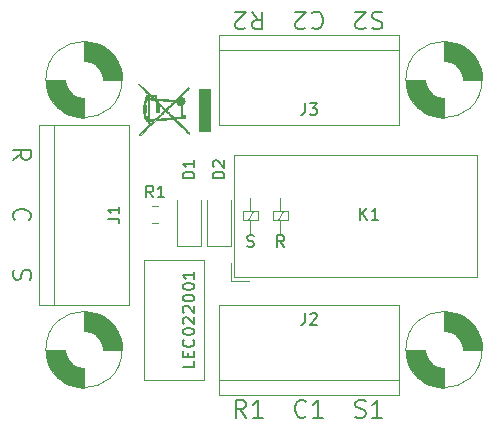
<source format=gto>
G04 #@! TF.GenerationSoftware,KiCad,Pcbnew,6.0.9-8da3e8f707~116~ubuntu20.04.1*
G04 #@! TF.CreationDate,2023-04-19T17:14:30+00:00*
G04 #@! TF.ProjectId,LEC022001,4c454330-3232-4303-9031-2e6b69636164,rev?*
G04 #@! TF.SameCoordinates,Original*
G04 #@! TF.FileFunction,Legend,Top*
G04 #@! TF.FilePolarity,Positive*
%FSLAX46Y46*%
G04 Gerber Fmt 4.6, Leading zero omitted, Abs format (unit mm)*
G04 Created by KiCad (PCBNEW 6.0.9-8da3e8f707~116~ubuntu20.04.1) date 2023-04-19 17:14:30*
%MOMM*%
%LPD*%
G01*
G04 APERTURE LIST*
%ADD10C,0.120000*%
%ADD11C,0.200000*%
%ADD12C,0.150000*%
%ADD13C,0.010000*%
G04 APERTURE END LIST*
D10*
X95250000Y-96520000D02*
X95250000Y-86360000D01*
X95250000Y-86360000D02*
X100330000Y-86360000D01*
X100330000Y-96520000D02*
X95250000Y-96520000D01*
X100330000Y-86360000D02*
X100330000Y-96520000D01*
D11*
X84157428Y-77934285D02*
X84871714Y-77434285D01*
X84157428Y-77077142D02*
X85657428Y-77077142D01*
X85657428Y-77648571D01*
X85586000Y-77791428D01*
X85514571Y-77862857D01*
X85371714Y-77934285D01*
X85157428Y-77934285D01*
X85014571Y-77862857D01*
X84943142Y-77791428D01*
X84871714Y-77648571D01*
X84871714Y-77077142D01*
X84300285Y-83014285D02*
X84228857Y-82942857D01*
X84157428Y-82728571D01*
X84157428Y-82585714D01*
X84228857Y-82371428D01*
X84371714Y-82228571D01*
X84514571Y-82157142D01*
X84800285Y-82085714D01*
X85014571Y-82085714D01*
X85300285Y-82157142D01*
X85443142Y-82228571D01*
X85586000Y-82371428D01*
X85657428Y-82585714D01*
X85657428Y-82728571D01*
X85586000Y-82942857D01*
X85514571Y-83014285D01*
X84228857Y-87201428D02*
X84157428Y-87415714D01*
X84157428Y-87772857D01*
X84228857Y-87915714D01*
X84300285Y-87987142D01*
X84443142Y-88058571D01*
X84586000Y-88058571D01*
X84728857Y-87987142D01*
X84800285Y-87915714D01*
X84871714Y-87772857D01*
X84943142Y-87487142D01*
X85014571Y-87344285D01*
X85086000Y-87272857D01*
X85228857Y-87201428D01*
X85371714Y-87201428D01*
X85514571Y-87272857D01*
X85586000Y-87344285D01*
X85657428Y-87487142D01*
X85657428Y-87844285D01*
X85586000Y-88058571D01*
X104390000Y-65361428D02*
X104890000Y-66075714D01*
X105247142Y-65361428D02*
X105247142Y-66861428D01*
X104675714Y-66861428D01*
X104532857Y-66790000D01*
X104461428Y-66718571D01*
X104390000Y-66575714D01*
X104390000Y-66361428D01*
X104461428Y-66218571D01*
X104532857Y-66147142D01*
X104675714Y-66075714D01*
X105247142Y-66075714D01*
X103818571Y-66718571D02*
X103747142Y-66790000D01*
X103604285Y-66861428D01*
X103247142Y-66861428D01*
X103104285Y-66790000D01*
X103032857Y-66718571D01*
X102961428Y-66575714D01*
X102961428Y-66432857D01*
X103032857Y-66218571D01*
X103890000Y-65361428D01*
X102961428Y-65361428D01*
D12*
X99512380Y-94940000D02*
X99512380Y-95416190D01*
X98512380Y-95416190D01*
X98988571Y-94606666D02*
X98988571Y-94273333D01*
X99512380Y-94130476D02*
X99512380Y-94606666D01*
X98512380Y-94606666D01*
X98512380Y-94130476D01*
X99417142Y-93130476D02*
X99464761Y-93178095D01*
X99512380Y-93320952D01*
X99512380Y-93416190D01*
X99464761Y-93559047D01*
X99369523Y-93654285D01*
X99274285Y-93701904D01*
X99083809Y-93749523D01*
X98940952Y-93749523D01*
X98750476Y-93701904D01*
X98655238Y-93654285D01*
X98560000Y-93559047D01*
X98512380Y-93416190D01*
X98512380Y-93320952D01*
X98560000Y-93178095D01*
X98607619Y-93130476D01*
X98512380Y-92511428D02*
X98512380Y-92416190D01*
X98560000Y-92320952D01*
X98607619Y-92273333D01*
X98702857Y-92225714D01*
X98893333Y-92178095D01*
X99131428Y-92178095D01*
X99321904Y-92225714D01*
X99417142Y-92273333D01*
X99464761Y-92320952D01*
X99512380Y-92416190D01*
X99512380Y-92511428D01*
X99464761Y-92606666D01*
X99417142Y-92654285D01*
X99321904Y-92701904D01*
X99131428Y-92749523D01*
X98893333Y-92749523D01*
X98702857Y-92701904D01*
X98607619Y-92654285D01*
X98560000Y-92606666D01*
X98512380Y-92511428D01*
X98607619Y-91797142D02*
X98560000Y-91749523D01*
X98512380Y-91654285D01*
X98512380Y-91416190D01*
X98560000Y-91320952D01*
X98607619Y-91273333D01*
X98702857Y-91225714D01*
X98798095Y-91225714D01*
X98940952Y-91273333D01*
X99512380Y-91844761D01*
X99512380Y-91225714D01*
X98607619Y-90844761D02*
X98560000Y-90797142D01*
X98512380Y-90701904D01*
X98512380Y-90463809D01*
X98560000Y-90368571D01*
X98607619Y-90320952D01*
X98702857Y-90273333D01*
X98798095Y-90273333D01*
X98940952Y-90320952D01*
X99512380Y-90892380D01*
X99512380Y-90273333D01*
X98512380Y-89654285D02*
X98512380Y-89559047D01*
X98560000Y-89463809D01*
X98607619Y-89416190D01*
X98702857Y-89368571D01*
X98893333Y-89320952D01*
X99131428Y-89320952D01*
X99321904Y-89368571D01*
X99417142Y-89416190D01*
X99464761Y-89463809D01*
X99512380Y-89559047D01*
X99512380Y-89654285D01*
X99464761Y-89749523D01*
X99417142Y-89797142D01*
X99321904Y-89844761D01*
X99131428Y-89892380D01*
X98893333Y-89892380D01*
X98702857Y-89844761D01*
X98607619Y-89797142D01*
X98560000Y-89749523D01*
X98512380Y-89654285D01*
X98512380Y-88701904D02*
X98512380Y-88606666D01*
X98560000Y-88511428D01*
X98607619Y-88463809D01*
X98702857Y-88416190D01*
X98893333Y-88368571D01*
X99131428Y-88368571D01*
X99321904Y-88416190D01*
X99417142Y-88463809D01*
X99464761Y-88511428D01*
X99512380Y-88606666D01*
X99512380Y-88701904D01*
X99464761Y-88797142D01*
X99417142Y-88844761D01*
X99321904Y-88892380D01*
X99131428Y-88940000D01*
X98893333Y-88940000D01*
X98702857Y-88892380D01*
X98607619Y-88844761D01*
X98560000Y-88797142D01*
X98512380Y-88701904D01*
X99512380Y-87416190D02*
X99512380Y-87987619D01*
X99512380Y-87701904D02*
X98512380Y-87701904D01*
X98655238Y-87797142D01*
X98750476Y-87892380D01*
X98798095Y-87987619D01*
D11*
X103890000Y-99738571D02*
X103390000Y-99024285D01*
X103032857Y-99738571D02*
X103032857Y-98238571D01*
X103604285Y-98238571D01*
X103747142Y-98310000D01*
X103818571Y-98381428D01*
X103890000Y-98524285D01*
X103890000Y-98738571D01*
X103818571Y-98881428D01*
X103747142Y-98952857D01*
X103604285Y-99024285D01*
X103032857Y-99024285D01*
X105318571Y-99738571D02*
X104461428Y-99738571D01*
X104890000Y-99738571D02*
X104890000Y-98238571D01*
X104747142Y-98452857D01*
X104604285Y-98595714D01*
X104461428Y-98667142D01*
X113157142Y-99667142D02*
X113371428Y-99738571D01*
X113728571Y-99738571D01*
X113871428Y-99667142D01*
X113942857Y-99595714D01*
X114014285Y-99452857D01*
X114014285Y-99310000D01*
X113942857Y-99167142D01*
X113871428Y-99095714D01*
X113728571Y-99024285D01*
X113442857Y-98952857D01*
X113300000Y-98881428D01*
X113228571Y-98810000D01*
X113157142Y-98667142D01*
X113157142Y-98524285D01*
X113228571Y-98381428D01*
X113300000Y-98310000D01*
X113442857Y-98238571D01*
X113800000Y-98238571D01*
X114014285Y-98310000D01*
X115442857Y-99738571D02*
X114585714Y-99738571D01*
X115014285Y-99738571D02*
X115014285Y-98238571D01*
X114871428Y-98452857D01*
X114728571Y-98595714D01*
X114585714Y-98667142D01*
X108970000Y-99595714D02*
X108898571Y-99667142D01*
X108684285Y-99738571D01*
X108541428Y-99738571D01*
X108327142Y-99667142D01*
X108184285Y-99524285D01*
X108112857Y-99381428D01*
X108041428Y-99095714D01*
X108041428Y-98881428D01*
X108112857Y-98595714D01*
X108184285Y-98452857D01*
X108327142Y-98310000D01*
X108541428Y-98238571D01*
X108684285Y-98238571D01*
X108898571Y-98310000D01*
X108970000Y-98381428D01*
X110398571Y-99738571D02*
X109541428Y-99738571D01*
X109970000Y-99738571D02*
X109970000Y-98238571D01*
X109827142Y-98452857D01*
X109684285Y-98595714D01*
X109541428Y-98667142D01*
X109470000Y-65504285D02*
X109541428Y-65432857D01*
X109755714Y-65361428D01*
X109898571Y-65361428D01*
X110112857Y-65432857D01*
X110255714Y-65575714D01*
X110327142Y-65718571D01*
X110398571Y-66004285D01*
X110398571Y-66218571D01*
X110327142Y-66504285D01*
X110255714Y-66647142D01*
X110112857Y-66790000D01*
X109898571Y-66861428D01*
X109755714Y-66861428D01*
X109541428Y-66790000D01*
X109470000Y-66718571D01*
X108898571Y-66718571D02*
X108827142Y-66790000D01*
X108684285Y-66861428D01*
X108327142Y-66861428D01*
X108184285Y-66790000D01*
X108112857Y-66718571D01*
X108041428Y-66575714D01*
X108041428Y-66432857D01*
X108112857Y-66218571D01*
X108970000Y-65361428D01*
X108041428Y-65361428D01*
X115442857Y-65432857D02*
X115228571Y-65361428D01*
X114871428Y-65361428D01*
X114728571Y-65432857D01*
X114657142Y-65504285D01*
X114585714Y-65647142D01*
X114585714Y-65790000D01*
X114657142Y-65932857D01*
X114728571Y-66004285D01*
X114871428Y-66075714D01*
X115157142Y-66147142D01*
X115300000Y-66218571D01*
X115371428Y-66290000D01*
X115442857Y-66432857D01*
X115442857Y-66575714D01*
X115371428Y-66718571D01*
X115300000Y-66790000D01*
X115157142Y-66861428D01*
X114800000Y-66861428D01*
X114585714Y-66790000D01*
X114014285Y-66718571D02*
X113942857Y-66790000D01*
X113800000Y-66861428D01*
X113442857Y-66861428D01*
X113300000Y-66790000D01*
X113228571Y-66718571D01*
X113157142Y-66575714D01*
X113157142Y-66432857D01*
X113228571Y-66218571D01*
X114085714Y-65361428D01*
X113157142Y-65361428D01*
D12*
G04 #@! TO.C,D1*
X99512380Y-79478095D02*
X98512380Y-79478095D01*
X98512380Y-79240000D01*
X98560000Y-79097142D01*
X98655238Y-79001904D01*
X98750476Y-78954285D01*
X98940952Y-78906666D01*
X99083809Y-78906666D01*
X99274285Y-78954285D01*
X99369523Y-79001904D01*
X99464761Y-79097142D01*
X99512380Y-79240000D01*
X99512380Y-79478095D01*
X99512380Y-77954285D02*
X99512380Y-78525714D01*
X99512380Y-78240000D02*
X98512380Y-78240000D01*
X98655238Y-78335238D01*
X98750476Y-78430476D01*
X98798095Y-78525714D01*
G04 #@! TO.C,D2*
X102052380Y-79478095D02*
X101052380Y-79478095D01*
X101052380Y-79240000D01*
X101100000Y-79097142D01*
X101195238Y-79001904D01*
X101290476Y-78954285D01*
X101480952Y-78906666D01*
X101623809Y-78906666D01*
X101814285Y-78954285D01*
X101909523Y-79001904D01*
X102004761Y-79097142D01*
X102052380Y-79240000D01*
X102052380Y-79478095D01*
X101147619Y-78525714D02*
X101100000Y-78478095D01*
X101052380Y-78382857D01*
X101052380Y-78144761D01*
X101100000Y-78049523D01*
X101147619Y-78001904D01*
X101242857Y-77954285D01*
X101338095Y-77954285D01*
X101480952Y-78001904D01*
X102052380Y-78573333D01*
X102052380Y-77954285D01*
G04 #@! TO.C,J2*
X108886666Y-90892380D02*
X108886666Y-91606666D01*
X108839047Y-91749523D01*
X108743809Y-91844761D01*
X108600952Y-91892380D01*
X108505714Y-91892380D01*
X109315238Y-90987619D02*
X109362857Y-90940000D01*
X109458095Y-90892380D01*
X109696190Y-90892380D01*
X109791428Y-90940000D01*
X109839047Y-90987619D01*
X109886666Y-91082857D01*
X109886666Y-91178095D01*
X109839047Y-91320952D01*
X109267619Y-91892380D01*
X109886666Y-91892380D01*
G04 #@! TO.C,J3*
X108886666Y-73112380D02*
X108886666Y-73826666D01*
X108839047Y-73969523D01*
X108743809Y-74064761D01*
X108600952Y-74112380D01*
X108505714Y-74112380D01*
X109267619Y-73112380D02*
X109886666Y-73112380D01*
X109553333Y-73493333D01*
X109696190Y-73493333D01*
X109791428Y-73540952D01*
X109839047Y-73588571D01*
X109886666Y-73683809D01*
X109886666Y-73921904D01*
X109839047Y-74017142D01*
X109791428Y-74064761D01*
X109696190Y-74112380D01*
X109410476Y-74112380D01*
X109315238Y-74064761D01*
X109267619Y-74017142D01*
G04 #@! TO.C,K1*
X113561904Y-83002380D02*
X113561904Y-82002380D01*
X114133333Y-83002380D02*
X113704761Y-82430952D01*
X114133333Y-82002380D02*
X113561904Y-82573809D01*
X115085714Y-83002380D02*
X114514285Y-83002380D01*
X114800000Y-83002380D02*
X114800000Y-82002380D01*
X114704761Y-82145238D01*
X114609523Y-82240476D01*
X114514285Y-82288095D01*
X107116523Y-85288380D02*
X106783190Y-84812190D01*
X106545095Y-85288380D02*
X106545095Y-84288380D01*
X106926047Y-84288380D01*
X107021285Y-84336000D01*
X107068904Y-84383619D01*
X107116523Y-84478857D01*
X107116523Y-84621714D01*
X107068904Y-84716952D01*
X107021285Y-84764571D01*
X106926047Y-84812190D01*
X106545095Y-84812190D01*
X103981285Y-85240761D02*
X104124142Y-85288380D01*
X104362238Y-85288380D01*
X104457476Y-85240761D01*
X104505095Y-85193142D01*
X104552714Y-85097904D01*
X104552714Y-85002666D01*
X104505095Y-84907428D01*
X104457476Y-84859809D01*
X104362238Y-84812190D01*
X104171761Y-84764571D01*
X104076523Y-84716952D01*
X104028904Y-84669333D01*
X103981285Y-84574095D01*
X103981285Y-84478857D01*
X104028904Y-84383619D01*
X104076523Y-84336000D01*
X104171761Y-84288380D01*
X104409857Y-84288380D01*
X104552714Y-84336000D01*
G04 #@! TO.C,J1*
X92162380Y-82883333D02*
X92876666Y-82883333D01*
X93019523Y-82930952D01*
X93114761Y-83026190D01*
X93162380Y-83169047D01*
X93162380Y-83264285D01*
X93162380Y-81883333D02*
X93162380Y-82454761D01*
X93162380Y-82169047D02*
X92162380Y-82169047D01*
X92305238Y-82264285D01*
X92400476Y-82359523D01*
X92448095Y-82454761D01*
G04 #@! TO.C,R1*
X96020833Y-81097380D02*
X95687500Y-80621190D01*
X95449404Y-81097380D02*
X95449404Y-80097380D01*
X95830357Y-80097380D01*
X95925595Y-80145000D01*
X95973214Y-80192619D01*
X96020833Y-80287857D01*
X96020833Y-80430714D01*
X95973214Y-80525952D01*
X95925595Y-80573571D01*
X95830357Y-80621190D01*
X95449404Y-80621190D01*
X96973214Y-81097380D02*
X96401785Y-81097380D01*
X96687500Y-81097380D02*
X96687500Y-80097380D01*
X96592261Y-80240238D01*
X96497023Y-80335476D01*
X96401785Y-80383095D01*
D10*
G04 #@! TO.C,D1*
X100060000Y-85180000D02*
X100060000Y-81280000D01*
X98060000Y-85180000D02*
X100060000Y-85180000D01*
X98060000Y-85180000D02*
X98060000Y-81280000D01*
G04 #@! TO.C,D2*
X102600000Y-85180000D02*
X102600000Y-81280000D01*
X100600000Y-85180000D02*
X100600000Y-81280000D01*
X100600000Y-85180000D02*
X102600000Y-85180000D01*
G04 #@! TO.C,J2*
X101600000Y-97790000D02*
X101600000Y-90170000D01*
X101600000Y-90170000D02*
X116840000Y-90170000D01*
X116840000Y-97790000D02*
X116840000Y-90170000D01*
X101600000Y-97790000D02*
X116840000Y-97790000D01*
X101600000Y-96520000D02*
X116840000Y-96520000D01*
G04 #@! TO.C,J3*
X116840000Y-68580000D02*
X101600000Y-68580000D01*
X116840000Y-67310000D02*
X101600000Y-67310000D01*
X116840000Y-74930000D02*
X101600000Y-74930000D01*
X101600000Y-67310000D02*
X101600000Y-74930000D01*
X116840000Y-67310000D02*
X116840000Y-74930000D01*
G04 #@! TO.C,K1*
X104267000Y-82267000D02*
X104267000Y-81167000D01*
X102616000Y-86614000D02*
X102616000Y-88138000D01*
X106807000Y-82967000D02*
X106807000Y-84067000D01*
X104867000Y-82267000D02*
X104867000Y-82967000D01*
X107407000Y-82267000D02*
X107407000Y-82967000D01*
X103667000Y-82967000D02*
X103667000Y-82267000D01*
X107407000Y-82967000D02*
X106207000Y-82967000D01*
X106207000Y-82267000D02*
X107407000Y-82267000D01*
X102867000Y-87867000D02*
X123467000Y-87867000D01*
X106207000Y-82967000D02*
X106207000Y-82267000D01*
X103667000Y-82267000D02*
X104867000Y-82267000D01*
X104467000Y-82267000D02*
X104067000Y-82967000D01*
X104267000Y-82967000D02*
X104267000Y-84067000D01*
X106807000Y-82267000D02*
X106807000Y-81167000D01*
X102616000Y-88138000D02*
X104140000Y-88138000D01*
X102867000Y-77467000D02*
X102867000Y-87867000D01*
X107007000Y-82267000D02*
X106607000Y-82967000D01*
X123467000Y-87867000D02*
X123467000Y-77467000D01*
X104867000Y-82967000D02*
X103667000Y-82967000D01*
X123467000Y-77467000D02*
X102867000Y-77467000D01*
G04 #@! TO.C,J1*
X86360000Y-90170000D02*
X93980000Y-90170000D01*
X86360000Y-74930000D02*
X93980000Y-74930000D01*
X86360000Y-74930000D02*
X86360000Y-90170000D01*
X87630000Y-74930000D02*
X87630000Y-90170000D01*
X93980000Y-74930000D02*
X93980000Y-90170000D01*
G04 #@! TO.C,H1*
X123874903Y-71120000D02*
G75*
G03*
X123874903Y-71120000I-3224903J0D01*
G01*
G36*
X119050000Y-71220000D02*
G01*
X119150000Y-71620000D01*
X119350000Y-72020000D01*
X119750000Y-72420000D01*
X120150000Y-72620000D01*
X120550000Y-72720000D01*
X120650000Y-72720000D01*
X120650000Y-74344903D01*
X120150000Y-74320000D01*
X119150000Y-74020000D01*
X118350000Y-73420000D01*
X117850000Y-72720000D01*
X117550000Y-72020000D01*
X117450000Y-71620000D01*
X117450000Y-71120000D01*
X119050000Y-71120000D01*
X119050000Y-71220000D01*
G37*
D13*
X119050000Y-71220000D02*
X119150000Y-71620000D01*
X119350000Y-72020000D01*
X119750000Y-72420000D01*
X120150000Y-72620000D01*
X120550000Y-72720000D01*
X120650000Y-72720000D01*
X120650000Y-74344903D01*
X120150000Y-74320000D01*
X119150000Y-74020000D01*
X118350000Y-73420000D01*
X117850000Y-72720000D01*
X117550000Y-72020000D01*
X117450000Y-71620000D01*
X117450000Y-71120000D01*
X119050000Y-71120000D01*
X119050000Y-71220000D01*
G36*
X121150000Y-67920000D02*
G01*
X122150000Y-68220000D01*
X122950000Y-68820000D01*
X123450000Y-69520000D01*
X123750000Y-70220000D01*
X123850000Y-70620000D01*
X123850000Y-71120000D01*
X122250000Y-71120000D01*
X122250000Y-71020000D01*
X122150000Y-70620000D01*
X121950000Y-70220000D01*
X121550000Y-69820000D01*
X121150000Y-69620000D01*
X120750000Y-69520000D01*
X120650000Y-69520000D01*
X120650000Y-67895097D01*
X121150000Y-67920000D01*
G37*
X121150000Y-67920000D02*
X122150000Y-68220000D01*
X122950000Y-68820000D01*
X123450000Y-69520000D01*
X123750000Y-70220000D01*
X123850000Y-70620000D01*
X123850000Y-71120000D01*
X122250000Y-71120000D01*
X122250000Y-71020000D01*
X122150000Y-70620000D01*
X121950000Y-70220000D01*
X121550000Y-69820000D01*
X121150000Y-69620000D01*
X120750000Y-69520000D01*
X120650000Y-69520000D01*
X120650000Y-67895097D01*
X121150000Y-67920000D01*
D10*
G04 #@! TO.C,H2*
X93394903Y-93980000D02*
G75*
G03*
X93394903Y-93980000I-3224903J0D01*
G01*
G36*
X88570000Y-94080000D02*
G01*
X88670000Y-94480000D01*
X88870000Y-94880000D01*
X89270000Y-95280000D01*
X89670000Y-95480000D01*
X90070000Y-95580000D01*
X90170000Y-95580000D01*
X90170000Y-97204903D01*
X89670000Y-97180000D01*
X88670000Y-96880000D01*
X87870000Y-96280000D01*
X87370000Y-95580000D01*
X87070000Y-94880000D01*
X86970000Y-94480000D01*
X86970000Y-93980000D01*
X88570000Y-93980000D01*
X88570000Y-94080000D01*
G37*
D13*
X88570000Y-94080000D02*
X88670000Y-94480000D01*
X88870000Y-94880000D01*
X89270000Y-95280000D01*
X89670000Y-95480000D01*
X90070000Y-95580000D01*
X90170000Y-95580000D01*
X90170000Y-97204903D01*
X89670000Y-97180000D01*
X88670000Y-96880000D01*
X87870000Y-96280000D01*
X87370000Y-95580000D01*
X87070000Y-94880000D01*
X86970000Y-94480000D01*
X86970000Y-93980000D01*
X88570000Y-93980000D01*
X88570000Y-94080000D01*
G36*
X90670000Y-90780000D02*
G01*
X91670000Y-91080000D01*
X92470000Y-91680000D01*
X92970000Y-92380000D01*
X93270000Y-93080000D01*
X93370000Y-93480000D01*
X93370000Y-93980000D01*
X91770000Y-93980000D01*
X91770000Y-93880000D01*
X91670000Y-93480000D01*
X91470000Y-93080000D01*
X91070000Y-92680000D01*
X90670000Y-92480000D01*
X90270000Y-92380000D01*
X90170000Y-92380000D01*
X90170000Y-90755097D01*
X90670000Y-90780000D01*
G37*
X90670000Y-90780000D02*
X91670000Y-91080000D01*
X92470000Y-91680000D01*
X92970000Y-92380000D01*
X93270000Y-93080000D01*
X93370000Y-93480000D01*
X93370000Y-93980000D01*
X91770000Y-93980000D01*
X91770000Y-93880000D01*
X91670000Y-93480000D01*
X91470000Y-93080000D01*
X91070000Y-92680000D01*
X90670000Y-92480000D01*
X90270000Y-92380000D01*
X90170000Y-92380000D01*
X90170000Y-90755097D01*
X90670000Y-90780000D01*
D10*
G04 #@! TO.C,H3*
X123874903Y-93980000D02*
G75*
G03*
X123874903Y-93980000I-3224903J0D01*
G01*
G36*
X119050000Y-94080000D02*
G01*
X119150000Y-94480000D01*
X119350000Y-94880000D01*
X119750000Y-95280000D01*
X120150000Y-95480000D01*
X120550000Y-95580000D01*
X120650000Y-95580000D01*
X120650000Y-97204903D01*
X120150000Y-97180000D01*
X119150000Y-96880000D01*
X118350000Y-96280000D01*
X117850000Y-95580000D01*
X117550000Y-94880000D01*
X117450000Y-94480000D01*
X117450000Y-93980000D01*
X119050000Y-93980000D01*
X119050000Y-94080000D01*
G37*
D13*
X119050000Y-94080000D02*
X119150000Y-94480000D01*
X119350000Y-94880000D01*
X119750000Y-95280000D01*
X120150000Y-95480000D01*
X120550000Y-95580000D01*
X120650000Y-95580000D01*
X120650000Y-97204903D01*
X120150000Y-97180000D01*
X119150000Y-96880000D01*
X118350000Y-96280000D01*
X117850000Y-95580000D01*
X117550000Y-94880000D01*
X117450000Y-94480000D01*
X117450000Y-93980000D01*
X119050000Y-93980000D01*
X119050000Y-94080000D01*
G36*
X121150000Y-90780000D02*
G01*
X122150000Y-91080000D01*
X122950000Y-91680000D01*
X123450000Y-92380000D01*
X123750000Y-93080000D01*
X123850000Y-93480000D01*
X123850000Y-93980000D01*
X122250000Y-93980000D01*
X122250000Y-93880000D01*
X122150000Y-93480000D01*
X121950000Y-93080000D01*
X121550000Y-92680000D01*
X121150000Y-92480000D01*
X120750000Y-92380000D01*
X120650000Y-92380000D01*
X120650000Y-90755097D01*
X121150000Y-90780000D01*
G37*
X121150000Y-90780000D02*
X122150000Y-91080000D01*
X122950000Y-91680000D01*
X123450000Y-92380000D01*
X123750000Y-93080000D01*
X123850000Y-93480000D01*
X123850000Y-93980000D01*
X122250000Y-93980000D01*
X122250000Y-93880000D01*
X122150000Y-93480000D01*
X121950000Y-93080000D01*
X121550000Y-92680000D01*
X121150000Y-92480000D01*
X120750000Y-92380000D01*
X120650000Y-92380000D01*
X120650000Y-90755097D01*
X121150000Y-90780000D01*
D10*
G04 #@! TO.C,H4*
X93394903Y-71120000D02*
G75*
G03*
X93394903Y-71120000I-3224903J0D01*
G01*
G36*
X88570000Y-71220000D02*
G01*
X88670000Y-71620000D01*
X88870000Y-72020000D01*
X89270000Y-72420000D01*
X89670000Y-72620000D01*
X90070000Y-72720000D01*
X90170000Y-72720000D01*
X90170000Y-74344903D01*
X89670000Y-74320000D01*
X88670000Y-74020000D01*
X87870000Y-73420000D01*
X87370000Y-72720000D01*
X87070000Y-72020000D01*
X86970000Y-71620000D01*
X86970000Y-71120000D01*
X88570000Y-71120000D01*
X88570000Y-71220000D01*
G37*
D13*
X88570000Y-71220000D02*
X88670000Y-71620000D01*
X88870000Y-72020000D01*
X89270000Y-72420000D01*
X89670000Y-72620000D01*
X90070000Y-72720000D01*
X90170000Y-72720000D01*
X90170000Y-74344903D01*
X89670000Y-74320000D01*
X88670000Y-74020000D01*
X87870000Y-73420000D01*
X87370000Y-72720000D01*
X87070000Y-72020000D01*
X86970000Y-71620000D01*
X86970000Y-71120000D01*
X88570000Y-71120000D01*
X88570000Y-71220000D01*
G36*
X90670000Y-67920000D02*
G01*
X91670000Y-68220000D01*
X92470000Y-68820000D01*
X92970000Y-69520000D01*
X93270000Y-70220000D01*
X93370000Y-70620000D01*
X93370000Y-71120000D01*
X91770000Y-71120000D01*
X91770000Y-71020000D01*
X91670000Y-70620000D01*
X91470000Y-70220000D01*
X91070000Y-69820000D01*
X90670000Y-69620000D01*
X90270000Y-69520000D01*
X90170000Y-69520000D01*
X90170000Y-67895097D01*
X90670000Y-67920000D01*
G37*
X90670000Y-67920000D02*
X91670000Y-68220000D01*
X92470000Y-68820000D01*
X92970000Y-69520000D01*
X93270000Y-70220000D01*
X93370000Y-70620000D01*
X93370000Y-71120000D01*
X91770000Y-71120000D01*
X91770000Y-71020000D01*
X91670000Y-70620000D01*
X91470000Y-70220000D01*
X91070000Y-69820000D01*
X90670000Y-69620000D01*
X90270000Y-69520000D01*
X90170000Y-69520000D01*
X90170000Y-67895097D01*
X90670000Y-67920000D01*
G04 #@! TO.C,REF\u002A\u002A*
G36*
X95551782Y-74779109D02*
G01*
X95551782Y-74711314D01*
X95550696Y-74671662D01*
X95545454Y-74650116D01*
X95542334Y-74647480D01*
X95533081Y-74639662D01*
X95519604Y-74635442D01*
X95484627Y-74618219D01*
X95442579Y-74585138D01*
X95399356Y-74541893D01*
X95360854Y-74494174D01*
X95340801Y-74462830D01*
X95318851Y-74427123D01*
X95300967Y-74409371D01*
X95451188Y-74409371D01*
X95459254Y-74427987D01*
X95478820Y-74455183D01*
X95502944Y-74482448D01*
X95524682Y-74501267D01*
X95527508Y-74502943D01*
X95542334Y-74508616D01*
X95547856Y-74502955D01*
X95664951Y-74502955D01*
X95693243Y-74496934D01*
X95715618Y-74493863D01*
X95757717Y-74489548D01*
X95814178Y-74484488D01*
X95879635Y-74479181D01*
X95903862Y-74477344D01*
X95973421Y-74471927D01*
X96038018Y-74466459D01*
X96091548Y-74461488D01*
X96127910Y-74457561D01*
X96134509Y-74456675D01*
X96148056Y-74453334D01*
X96163914Y-74446101D01*
X96180135Y-74435805D01*
X96374674Y-74435805D01*
X96387104Y-74435273D01*
X96422110Y-74432769D01*
X96477215Y-74428496D01*
X96549943Y-74422653D01*
X96637814Y-74415443D01*
X96738351Y-74407066D01*
X96849077Y-74397723D01*
X96954205Y-74388758D01*
X97073483Y-74378602D01*
X97186080Y-74369142D01*
X97289305Y-74360596D01*
X97380473Y-74353179D01*
X97456895Y-74347108D01*
X97515883Y-74342601D01*
X97554749Y-74339873D01*
X97569844Y-74339116D01*
X97579238Y-74337935D01*
X97582966Y-74333256D01*
X97579471Y-74323276D01*
X97567199Y-74306190D01*
X97544594Y-74280196D01*
X97510100Y-74243490D01*
X97462162Y-74194267D01*
X97399224Y-74130726D01*
X97331968Y-74063305D01*
X97056477Y-73787601D01*
X97054406Y-73789533D01*
X96946295Y-73890409D01*
X96890377Y-73942768D01*
X96827948Y-74001535D01*
X96761443Y-74064385D01*
X96693298Y-74128995D01*
X96625948Y-74193042D01*
X96561828Y-74254203D01*
X96503372Y-74310153D01*
X96453018Y-74358570D01*
X96413198Y-74397130D01*
X96386350Y-74423509D01*
X96374908Y-74435384D01*
X96374674Y-74435805D01*
X96180135Y-74435805D01*
X96183861Y-74433440D01*
X96209673Y-74413811D01*
X96243129Y-74385678D01*
X96286007Y-74347502D01*
X96340083Y-74297746D01*
X96407136Y-74234871D01*
X96488943Y-74157341D01*
X96571950Y-74078251D01*
X96654094Y-73999564D01*
X96730169Y-73926112D01*
X96798325Y-73859724D01*
X96856712Y-73802227D01*
X96903481Y-73755451D01*
X96936782Y-73721224D01*
X96952222Y-73704182D01*
X97153046Y-73704182D01*
X97162170Y-73715722D01*
X97187200Y-73742710D01*
X97226052Y-73783021D01*
X97276643Y-73834529D01*
X97336888Y-73895109D01*
X97404704Y-73962636D01*
X97460565Y-74017826D01*
X97766129Y-74318724D01*
X98051555Y-74296401D01*
X98135219Y-74289669D01*
X98211727Y-74283157D01*
X98277081Y-74277234D01*
X98327281Y-74272268D01*
X98358329Y-74268629D01*
X98365273Y-74267458D01*
X98393565Y-74260838D01*
X98393565Y-73311364D01*
X98314606Y-73305026D01*
X98221315Y-73285890D01*
X98138791Y-73245846D01*
X98070038Y-73187418D01*
X98018063Y-73113129D01*
X97986863Y-73029748D01*
X97972228Y-73002698D01*
X97940819Y-72989156D01*
X97939434Y-72988872D01*
X97926174Y-72987247D01*
X97912595Y-72989256D01*
X97896181Y-72996858D01*
X97874411Y-73012016D01*
X97844767Y-73036688D01*
X97804732Y-73072836D01*
X97751785Y-73122420D01*
X97683409Y-73187401D01*
X97679005Y-73191599D01*
X97605611Y-73261493D01*
X97527437Y-73335800D01*
X97449864Y-73409414D01*
X97378275Y-73477229D01*
X97318051Y-73534140D01*
X97304587Y-73546832D01*
X97253820Y-73595487D01*
X97210375Y-73638709D01*
X97177241Y-73673395D01*
X97157405Y-73696444D01*
X97153046Y-73704182D01*
X96952222Y-73704182D01*
X96954767Y-73701373D01*
X96957442Y-73697140D01*
X96947741Y-73686003D01*
X96922441Y-73659971D01*
X96884082Y-73621570D01*
X96835200Y-73573328D01*
X96778334Y-73517770D01*
X96736906Y-73477592D01*
X96520000Y-73267831D01*
X96520000Y-73886337D01*
X96281089Y-73886337D01*
X96281089Y-73131881D01*
X96387542Y-73131881D01*
X96249654Y-72993565D01*
X96151840Y-72895447D01*
X96111766Y-72855248D01*
X95988952Y-72855248D01*
X95932450Y-72854863D01*
X95896505Y-72853100D01*
X95876530Y-72849050D01*
X95873438Y-72846442D01*
X96285703Y-72846442D01*
X96292854Y-72856334D01*
X96315841Y-72881524D01*
X96352439Y-72919810D01*
X96400422Y-72968989D01*
X96457566Y-73026861D01*
X96521647Y-73091222D01*
X96590438Y-73159871D01*
X96661716Y-73230605D01*
X96733255Y-73301222D01*
X96802830Y-73369520D01*
X96868217Y-73433296D01*
X96927191Y-73490350D01*
X96977527Y-73538478D01*
X97016999Y-73575478D01*
X97043383Y-73599148D01*
X97054406Y-73607290D01*
X97065780Y-73598984D01*
X97092563Y-73575733D01*
X97132292Y-73539865D01*
X97182507Y-73493713D01*
X97240746Y-73439606D01*
X97304547Y-73379874D01*
X97371449Y-73316848D01*
X97438990Y-73252858D01*
X97504710Y-73190236D01*
X97566146Y-73131310D01*
X97620837Y-73078412D01*
X97666322Y-73033872D01*
X97700138Y-73000020D01*
X97719826Y-72979188D01*
X97723837Y-72973506D01*
X97710891Y-72971634D01*
X97675134Y-72967746D01*
X97618804Y-72962057D01*
X97544140Y-72954781D01*
X97453380Y-72946131D01*
X97348762Y-72936322D01*
X97232526Y-72925566D01*
X97106908Y-72914079D01*
X97005618Y-72904907D01*
X96874279Y-72893174D01*
X96750552Y-72882335D01*
X96636681Y-72872570D01*
X96534911Y-72864063D01*
X96447487Y-72856995D01*
X96376653Y-72851549D01*
X96324653Y-72847908D01*
X96293732Y-72846253D01*
X96285703Y-72846442D01*
X95873438Y-72846442D01*
X95867937Y-72841801D01*
X95866139Y-72830870D01*
X95863498Y-72818712D01*
X95852912Y-72809727D01*
X95830381Y-72802826D01*
X95791909Y-72796924D01*
X95733498Y-72790935D01*
X95712104Y-72789013D01*
X95664951Y-72784852D01*
X95664951Y-74502955D01*
X95547856Y-74502955D01*
X95549462Y-74501308D01*
X95551662Y-74475993D01*
X95551782Y-74458908D01*
X95551782Y-74401881D01*
X95501485Y-74401881D01*
X95469976Y-74403544D01*
X95452463Y-74407697D01*
X95451188Y-74409371D01*
X95300967Y-74409371D01*
X95300411Y-74408819D01*
X95278668Y-74402388D01*
X95265718Y-74401894D01*
X95262575Y-74401894D01*
X95224852Y-74401881D01*
X95224852Y-74296048D01*
X95226029Y-74247355D01*
X95229165Y-74209405D01*
X95233671Y-74188308D01*
X95235495Y-74186023D01*
X95238295Y-74172641D01*
X95237148Y-74140074D01*
X95232393Y-74093916D01*
X95228003Y-74062376D01*
X95219378Y-74005188D01*
X95211591Y-73952886D01*
X95205847Y-73913582D01*
X95204215Y-73902055D01*
X95194888Y-73871937D01*
X95180272Y-73861188D01*
X95322893Y-73861188D01*
X95331496Y-73946065D01*
X95338756Y-74005368D01*
X95348379Y-74068551D01*
X95355252Y-74106386D01*
X95370407Y-74181832D01*
X95461095Y-74185526D01*
X95551782Y-74189221D01*
X95551782Y-72774698D01*
X95502786Y-72822542D01*
X95442324Y-72896850D01*
X95395691Y-72988816D01*
X95362249Y-73099998D01*
X95343753Y-73210471D01*
X95335122Y-73282773D01*
X95426040Y-73282773D01*
X95426040Y-73861188D01*
X95322893Y-73861188D01*
X95180272Y-73861188D01*
X95174320Y-73857920D01*
X95169778Y-73846230D01*
X95166470Y-73823288D01*
X95164215Y-73786265D01*
X95163558Y-73760594D01*
X95262575Y-73760594D01*
X95325446Y-73760594D01*
X95325446Y-73383367D01*
X95262575Y-73383367D01*
X95262575Y-73760594D01*
X95163558Y-73760594D01*
X95162834Y-73732332D01*
X95162150Y-73658660D01*
X95161980Y-73571980D01*
X95162077Y-73479471D01*
X95162530Y-73409094D01*
X95163590Y-73357836D01*
X95165503Y-73322680D01*
X95168519Y-73300611D01*
X95172885Y-73288615D01*
X95178849Y-73283676D01*
X95185784Y-73282773D01*
X95207795Y-73275079D01*
X95220321Y-73249879D01*
X95224788Y-73203991D01*
X95224852Y-73195736D01*
X95232868Y-73118027D01*
X95254936Y-73029767D01*
X95288084Y-72938915D01*
X95329339Y-72853430D01*
X95375731Y-72781274D01*
X95383082Y-72771928D01*
X95406998Y-72741467D01*
X95416576Y-72723428D01*
X95413480Y-72710831D01*
X95400704Y-72697900D01*
X95375678Y-72659707D01*
X95366071Y-72610002D01*
X95371067Y-72556476D01*
X95389851Y-72506822D01*
X95421606Y-72468733D01*
X95425297Y-72465975D01*
X95484575Y-72437474D01*
X95545934Y-72432172D01*
X95604427Y-72449482D01*
X95655104Y-72488820D01*
X95659289Y-72493630D01*
X95679167Y-72521560D01*
X95687921Y-72549898D01*
X95688553Y-72589737D01*
X95687992Y-72599689D01*
X95686562Y-72638668D01*
X95689839Y-72658746D01*
X95699728Y-72666015D01*
X95708961Y-72666760D01*
X95735744Y-72668284D01*
X95776025Y-72672065D01*
X95800124Y-72674782D01*
X95838401Y-72678723D01*
X95857996Y-72677084D01*
X95865158Y-72667579D01*
X95866139Y-72650649D01*
X95862901Y-72640608D01*
X95852420Y-72624410D01*
X95833548Y-72600855D01*
X95805135Y-72568743D01*
X95779126Y-72540891D01*
X95961172Y-72540891D01*
X96042179Y-72622624D01*
X96091428Y-72668730D01*
X96129159Y-72696306D01*
X96151840Y-72704357D01*
X96167270Y-72702529D01*
X96175867Y-72693277D01*
X96179613Y-72670950D01*
X96180489Y-72629895D01*
X96180495Y-72622624D01*
X96180495Y-72540891D01*
X95961172Y-72540891D01*
X95779126Y-72540891D01*
X95766035Y-72526872D01*
X95715097Y-72474043D01*
X95651173Y-72409055D01*
X95573114Y-72330709D01*
X95479772Y-72237803D01*
X95369998Y-72129137D01*
X95316952Y-72076769D01*
X94767767Y-71534951D01*
X94854848Y-71535570D01*
X94941931Y-71536189D01*
X95400891Y-71987914D01*
X95859852Y-72439639D01*
X96070471Y-72439968D01*
X96281089Y-72440297D01*
X96281089Y-72715390D01*
X96334530Y-72722478D01*
X96358888Y-72725162D01*
X96404759Y-72729687D01*
X96469405Y-72735809D01*
X96550091Y-72743288D01*
X96644081Y-72751881D01*
X96748637Y-72761346D01*
X96861025Y-72771442D01*
X96978507Y-72781926D01*
X97098348Y-72792556D01*
X97217811Y-72803091D01*
X97334159Y-72813287D01*
X97444657Y-72822905D01*
X97546569Y-72831700D01*
X97637158Y-72839432D01*
X97713687Y-72845858D01*
X97773421Y-72850737D01*
X97813624Y-72853825D01*
X97831559Y-72854883D01*
X97831644Y-72854882D01*
X97846035Y-72847173D01*
X97875748Y-72824019D01*
X97921131Y-72785105D01*
X97982529Y-72730116D01*
X98060288Y-72658736D01*
X98154754Y-72570651D01*
X98266272Y-72465546D01*
X98395188Y-72343105D01*
X98431287Y-72308690D01*
X99003416Y-71762863D01*
X99091436Y-71851119D01*
X99013758Y-71922515D01*
X98985686Y-71948634D01*
X98942274Y-71989434D01*
X98886366Y-72042223D01*
X98820808Y-72104309D01*
X98748441Y-72173000D01*
X98672112Y-72245604D01*
X98626524Y-72289040D01*
X98541119Y-72370584D01*
X98472710Y-72436496D01*
X98420053Y-72488456D01*
X98381905Y-72528145D01*
X98357020Y-72557243D01*
X98344156Y-72577431D01*
X98342068Y-72590390D01*
X98349513Y-72597800D01*
X98365246Y-72601342D01*
X98388023Y-72602697D01*
X98394239Y-72602879D01*
X98437061Y-72612297D01*
X98488819Y-72635503D01*
X98541328Y-72667864D01*
X98586403Y-72704748D01*
X98600328Y-72719507D01*
X98649047Y-72795233D01*
X98676306Y-72883692D01*
X98682773Y-72961900D01*
X98670576Y-73050532D01*
X98634813Y-73132388D01*
X98576722Y-73204836D01*
X98562262Y-73218203D01*
X98506733Y-73267082D01*
X98506733Y-74112674D01*
X98682773Y-74112674D01*
X98682773Y-74339010D01*
X98600531Y-74339010D01*
X98544386Y-74341850D01*
X98505416Y-74351393D01*
X98484219Y-74362991D01*
X98469052Y-74371277D01*
X98447062Y-74378373D01*
X98414987Y-74384748D01*
X98369569Y-74390872D01*
X98307548Y-74397216D01*
X98225662Y-74404250D01*
X98164746Y-74409066D01*
X97879343Y-74431161D01*
X98428805Y-74973565D01*
X98528228Y-75071637D01*
X98623815Y-75165784D01*
X98713810Y-75254285D01*
X98796457Y-75335420D01*
X98870001Y-75407469D01*
X98932684Y-75468712D01*
X98982752Y-75517427D01*
X99018448Y-75551896D01*
X99037995Y-75570379D01*
X99068944Y-75600743D01*
X99090530Y-75626071D01*
X99097723Y-75639695D01*
X99089297Y-75657095D01*
X99068245Y-75682460D01*
X99059671Y-75691058D01*
X99021620Y-75727514D01*
X98817658Y-75526802D01*
X98765699Y-75475596D01*
X98698820Y-75409569D01*
X98619950Y-75331618D01*
X98532014Y-75244638D01*
X98437941Y-75151526D01*
X98340658Y-75055179D01*
X98243093Y-74958492D01*
X98173145Y-74889134D01*
X98066550Y-74783703D01*
X97976307Y-74695129D01*
X97901192Y-74622281D01*
X97839986Y-74564023D01*
X97791466Y-74519225D01*
X97766129Y-74497021D01*
X97754411Y-74486751D01*
X97727599Y-74465471D01*
X97709808Y-74454251D01*
X97701570Y-74451754D01*
X97683590Y-74452700D01*
X97642892Y-74455573D01*
X97581819Y-74460187D01*
X97502713Y-74466358D01*
X97407914Y-74473898D01*
X97299767Y-74482621D01*
X97180612Y-74492343D01*
X97052791Y-74502876D01*
X96950635Y-74511365D01*
X96374674Y-74559396D01*
X96230726Y-74571401D01*
X95599158Y-75171938D01*
X94967589Y-75772475D01*
X94879315Y-75772034D01*
X94791040Y-75771592D01*
X94894666Y-75674583D01*
X94952463Y-75620291D01*
X95020368Y-75556192D01*
X95096572Y-75484016D01*
X95179269Y-75405492D01*
X95266653Y-75322349D01*
X95356915Y-75236319D01*
X95448250Y-75149130D01*
X95538849Y-75062513D01*
X95626907Y-74978197D01*
X95710615Y-74897912D01*
X95788167Y-74823387D01*
X95857757Y-74756354D01*
X95917576Y-74698541D01*
X95965818Y-74651679D01*
X96000676Y-74617496D01*
X96020343Y-74597724D01*
X96024116Y-74593390D01*
X96010992Y-74593092D01*
X95977389Y-74594731D01*
X95927880Y-74598023D01*
X95867037Y-74602682D01*
X95842732Y-74604682D01*
X95664951Y-74619577D01*
X95664951Y-74779109D01*
X95551782Y-74779109D01*
G37*
X95551782Y-74779109D02*
X95551782Y-74711314D01*
X95550696Y-74671662D01*
X95545454Y-74650116D01*
X95542334Y-74647480D01*
X95533081Y-74639662D01*
X95519604Y-74635442D01*
X95484627Y-74618219D01*
X95442579Y-74585138D01*
X95399356Y-74541893D01*
X95360854Y-74494174D01*
X95340801Y-74462830D01*
X95318851Y-74427123D01*
X95300967Y-74409371D01*
X95451188Y-74409371D01*
X95459254Y-74427987D01*
X95478820Y-74455183D01*
X95502944Y-74482448D01*
X95524682Y-74501267D01*
X95527508Y-74502943D01*
X95542334Y-74508616D01*
X95547856Y-74502955D01*
X95664951Y-74502955D01*
X95693243Y-74496934D01*
X95715618Y-74493863D01*
X95757717Y-74489548D01*
X95814178Y-74484488D01*
X95879635Y-74479181D01*
X95903862Y-74477344D01*
X95973421Y-74471927D01*
X96038018Y-74466459D01*
X96091548Y-74461488D01*
X96127910Y-74457561D01*
X96134509Y-74456675D01*
X96148056Y-74453334D01*
X96163914Y-74446101D01*
X96180135Y-74435805D01*
X96374674Y-74435805D01*
X96387104Y-74435273D01*
X96422110Y-74432769D01*
X96477215Y-74428496D01*
X96549943Y-74422653D01*
X96637814Y-74415443D01*
X96738351Y-74407066D01*
X96849077Y-74397723D01*
X96954205Y-74388758D01*
X97073483Y-74378602D01*
X97186080Y-74369142D01*
X97289305Y-74360596D01*
X97380473Y-74353179D01*
X97456895Y-74347108D01*
X97515883Y-74342601D01*
X97554749Y-74339873D01*
X97569844Y-74339116D01*
X97579238Y-74337935D01*
X97582966Y-74333256D01*
X97579471Y-74323276D01*
X97567199Y-74306190D01*
X97544594Y-74280196D01*
X97510100Y-74243490D01*
X97462162Y-74194267D01*
X97399224Y-74130726D01*
X97331968Y-74063305D01*
X97056477Y-73787601D01*
X97054406Y-73789533D01*
X96946295Y-73890409D01*
X96890377Y-73942768D01*
X96827948Y-74001535D01*
X96761443Y-74064385D01*
X96693298Y-74128995D01*
X96625948Y-74193042D01*
X96561828Y-74254203D01*
X96503372Y-74310153D01*
X96453018Y-74358570D01*
X96413198Y-74397130D01*
X96386350Y-74423509D01*
X96374908Y-74435384D01*
X96374674Y-74435805D01*
X96180135Y-74435805D01*
X96183861Y-74433440D01*
X96209673Y-74413811D01*
X96243129Y-74385678D01*
X96286007Y-74347502D01*
X96340083Y-74297746D01*
X96407136Y-74234871D01*
X96488943Y-74157341D01*
X96571950Y-74078251D01*
X96654094Y-73999564D01*
X96730169Y-73926112D01*
X96798325Y-73859724D01*
X96856712Y-73802227D01*
X96903481Y-73755451D01*
X96936782Y-73721224D01*
X96952222Y-73704182D01*
X97153046Y-73704182D01*
X97162170Y-73715722D01*
X97187200Y-73742710D01*
X97226052Y-73783021D01*
X97276643Y-73834529D01*
X97336888Y-73895109D01*
X97404704Y-73962636D01*
X97460565Y-74017826D01*
X97766129Y-74318724D01*
X98051555Y-74296401D01*
X98135219Y-74289669D01*
X98211727Y-74283157D01*
X98277081Y-74277234D01*
X98327281Y-74272268D01*
X98358329Y-74268629D01*
X98365273Y-74267458D01*
X98393565Y-74260838D01*
X98393565Y-73311364D01*
X98314606Y-73305026D01*
X98221315Y-73285890D01*
X98138791Y-73245846D01*
X98070038Y-73187418D01*
X98018063Y-73113129D01*
X97986863Y-73029748D01*
X97972228Y-73002698D01*
X97940819Y-72989156D01*
X97939434Y-72988872D01*
X97926174Y-72987247D01*
X97912595Y-72989256D01*
X97896181Y-72996858D01*
X97874411Y-73012016D01*
X97844767Y-73036688D01*
X97804732Y-73072836D01*
X97751785Y-73122420D01*
X97683409Y-73187401D01*
X97679005Y-73191599D01*
X97605611Y-73261493D01*
X97527437Y-73335800D01*
X97449864Y-73409414D01*
X97378275Y-73477229D01*
X97318051Y-73534140D01*
X97304587Y-73546832D01*
X97253820Y-73595487D01*
X97210375Y-73638709D01*
X97177241Y-73673395D01*
X97157405Y-73696444D01*
X97153046Y-73704182D01*
X96952222Y-73704182D01*
X96954767Y-73701373D01*
X96957442Y-73697140D01*
X96947741Y-73686003D01*
X96922441Y-73659971D01*
X96884082Y-73621570D01*
X96835200Y-73573328D01*
X96778334Y-73517770D01*
X96736906Y-73477592D01*
X96520000Y-73267831D01*
X96520000Y-73886337D01*
X96281089Y-73886337D01*
X96281089Y-73131881D01*
X96387542Y-73131881D01*
X96249654Y-72993565D01*
X96151840Y-72895447D01*
X96111766Y-72855248D01*
X95988952Y-72855248D01*
X95932450Y-72854863D01*
X95896505Y-72853100D01*
X95876530Y-72849050D01*
X95873438Y-72846442D01*
X96285703Y-72846442D01*
X96292854Y-72856334D01*
X96315841Y-72881524D01*
X96352439Y-72919810D01*
X96400422Y-72968989D01*
X96457566Y-73026861D01*
X96521647Y-73091222D01*
X96590438Y-73159871D01*
X96661716Y-73230605D01*
X96733255Y-73301222D01*
X96802830Y-73369520D01*
X96868217Y-73433296D01*
X96927191Y-73490350D01*
X96977527Y-73538478D01*
X97016999Y-73575478D01*
X97043383Y-73599148D01*
X97054406Y-73607290D01*
X97065780Y-73598984D01*
X97092563Y-73575733D01*
X97132292Y-73539865D01*
X97182507Y-73493713D01*
X97240746Y-73439606D01*
X97304547Y-73379874D01*
X97371449Y-73316848D01*
X97438990Y-73252858D01*
X97504710Y-73190236D01*
X97566146Y-73131310D01*
X97620837Y-73078412D01*
X97666322Y-73033872D01*
X97700138Y-73000020D01*
X97719826Y-72979188D01*
X97723837Y-72973506D01*
X97710891Y-72971634D01*
X97675134Y-72967746D01*
X97618804Y-72962057D01*
X97544140Y-72954781D01*
X97453380Y-72946131D01*
X97348762Y-72936322D01*
X97232526Y-72925566D01*
X97106908Y-72914079D01*
X97005618Y-72904907D01*
X96874279Y-72893174D01*
X96750552Y-72882335D01*
X96636681Y-72872570D01*
X96534911Y-72864063D01*
X96447487Y-72856995D01*
X96376653Y-72851549D01*
X96324653Y-72847908D01*
X96293732Y-72846253D01*
X96285703Y-72846442D01*
X95873438Y-72846442D01*
X95867937Y-72841801D01*
X95866139Y-72830870D01*
X95863498Y-72818712D01*
X95852912Y-72809727D01*
X95830381Y-72802826D01*
X95791909Y-72796924D01*
X95733498Y-72790935D01*
X95712104Y-72789013D01*
X95664951Y-72784852D01*
X95664951Y-74502955D01*
X95547856Y-74502955D01*
X95549462Y-74501308D01*
X95551662Y-74475993D01*
X95551782Y-74458908D01*
X95551782Y-74401881D01*
X95501485Y-74401881D01*
X95469976Y-74403544D01*
X95452463Y-74407697D01*
X95451188Y-74409371D01*
X95300967Y-74409371D01*
X95300411Y-74408819D01*
X95278668Y-74402388D01*
X95265718Y-74401894D01*
X95262575Y-74401894D01*
X95224852Y-74401881D01*
X95224852Y-74296048D01*
X95226029Y-74247355D01*
X95229165Y-74209405D01*
X95233671Y-74188308D01*
X95235495Y-74186023D01*
X95238295Y-74172641D01*
X95237148Y-74140074D01*
X95232393Y-74093916D01*
X95228003Y-74062376D01*
X95219378Y-74005188D01*
X95211591Y-73952886D01*
X95205847Y-73913582D01*
X95204215Y-73902055D01*
X95194888Y-73871937D01*
X95180272Y-73861188D01*
X95322893Y-73861188D01*
X95331496Y-73946065D01*
X95338756Y-74005368D01*
X95348379Y-74068551D01*
X95355252Y-74106386D01*
X95370407Y-74181832D01*
X95461095Y-74185526D01*
X95551782Y-74189221D01*
X95551782Y-72774698D01*
X95502786Y-72822542D01*
X95442324Y-72896850D01*
X95395691Y-72988816D01*
X95362249Y-73099998D01*
X95343753Y-73210471D01*
X95335122Y-73282773D01*
X95426040Y-73282773D01*
X95426040Y-73861188D01*
X95322893Y-73861188D01*
X95180272Y-73861188D01*
X95174320Y-73857920D01*
X95169778Y-73846230D01*
X95166470Y-73823288D01*
X95164215Y-73786265D01*
X95163558Y-73760594D01*
X95262575Y-73760594D01*
X95325446Y-73760594D01*
X95325446Y-73383367D01*
X95262575Y-73383367D01*
X95262575Y-73760594D01*
X95163558Y-73760594D01*
X95162834Y-73732332D01*
X95162150Y-73658660D01*
X95161980Y-73571980D01*
X95162077Y-73479471D01*
X95162530Y-73409094D01*
X95163590Y-73357836D01*
X95165503Y-73322680D01*
X95168519Y-73300611D01*
X95172885Y-73288615D01*
X95178849Y-73283676D01*
X95185784Y-73282773D01*
X95207795Y-73275079D01*
X95220321Y-73249879D01*
X95224788Y-73203991D01*
X95224852Y-73195736D01*
X95232868Y-73118027D01*
X95254936Y-73029767D01*
X95288084Y-72938915D01*
X95329339Y-72853430D01*
X95375731Y-72781274D01*
X95383082Y-72771928D01*
X95406998Y-72741467D01*
X95416576Y-72723428D01*
X95413480Y-72710831D01*
X95400704Y-72697900D01*
X95375678Y-72659707D01*
X95366071Y-72610002D01*
X95371067Y-72556476D01*
X95389851Y-72506822D01*
X95421606Y-72468733D01*
X95425297Y-72465975D01*
X95484575Y-72437474D01*
X95545934Y-72432172D01*
X95604427Y-72449482D01*
X95655104Y-72488820D01*
X95659289Y-72493630D01*
X95679167Y-72521560D01*
X95687921Y-72549898D01*
X95688553Y-72589737D01*
X95687992Y-72599689D01*
X95686562Y-72638668D01*
X95689839Y-72658746D01*
X95699728Y-72666015D01*
X95708961Y-72666760D01*
X95735744Y-72668284D01*
X95776025Y-72672065D01*
X95800124Y-72674782D01*
X95838401Y-72678723D01*
X95857996Y-72677084D01*
X95865158Y-72667579D01*
X95866139Y-72650649D01*
X95862901Y-72640608D01*
X95852420Y-72624410D01*
X95833548Y-72600855D01*
X95805135Y-72568743D01*
X95779126Y-72540891D01*
X95961172Y-72540891D01*
X96042179Y-72622624D01*
X96091428Y-72668730D01*
X96129159Y-72696306D01*
X96151840Y-72704357D01*
X96167270Y-72702529D01*
X96175867Y-72693277D01*
X96179613Y-72670950D01*
X96180489Y-72629895D01*
X96180495Y-72622624D01*
X96180495Y-72540891D01*
X95961172Y-72540891D01*
X95779126Y-72540891D01*
X95766035Y-72526872D01*
X95715097Y-72474043D01*
X95651173Y-72409055D01*
X95573114Y-72330709D01*
X95479772Y-72237803D01*
X95369998Y-72129137D01*
X95316952Y-72076769D01*
X94767767Y-71534951D01*
X94854848Y-71535570D01*
X94941931Y-71536189D01*
X95400891Y-71987914D01*
X95859852Y-72439639D01*
X96070471Y-72439968D01*
X96281089Y-72440297D01*
X96281089Y-72715390D01*
X96334530Y-72722478D01*
X96358888Y-72725162D01*
X96404759Y-72729687D01*
X96469405Y-72735809D01*
X96550091Y-72743288D01*
X96644081Y-72751881D01*
X96748637Y-72761346D01*
X96861025Y-72771442D01*
X96978507Y-72781926D01*
X97098348Y-72792556D01*
X97217811Y-72803091D01*
X97334159Y-72813287D01*
X97444657Y-72822905D01*
X97546569Y-72831700D01*
X97637158Y-72839432D01*
X97713687Y-72845858D01*
X97773421Y-72850737D01*
X97813624Y-72853825D01*
X97831559Y-72854883D01*
X97831644Y-72854882D01*
X97846035Y-72847173D01*
X97875748Y-72824019D01*
X97921131Y-72785105D01*
X97982529Y-72730116D01*
X98060288Y-72658736D01*
X98154754Y-72570651D01*
X98266272Y-72465546D01*
X98395188Y-72343105D01*
X98431287Y-72308690D01*
X99003416Y-71762863D01*
X99091436Y-71851119D01*
X99013758Y-71922515D01*
X98985686Y-71948634D01*
X98942274Y-71989434D01*
X98886366Y-72042223D01*
X98820808Y-72104309D01*
X98748441Y-72173000D01*
X98672112Y-72245604D01*
X98626524Y-72289040D01*
X98541119Y-72370584D01*
X98472710Y-72436496D01*
X98420053Y-72488456D01*
X98381905Y-72528145D01*
X98357020Y-72557243D01*
X98344156Y-72577431D01*
X98342068Y-72590390D01*
X98349513Y-72597800D01*
X98365246Y-72601342D01*
X98388023Y-72602697D01*
X98394239Y-72602879D01*
X98437061Y-72612297D01*
X98488819Y-72635503D01*
X98541328Y-72667864D01*
X98586403Y-72704748D01*
X98600328Y-72719507D01*
X98649047Y-72795233D01*
X98676306Y-72883692D01*
X98682773Y-72961900D01*
X98670576Y-73050532D01*
X98634813Y-73132388D01*
X98576722Y-73204836D01*
X98562262Y-73218203D01*
X98506733Y-73267082D01*
X98506733Y-74112674D01*
X98682773Y-74112674D01*
X98682773Y-74339010D01*
X98600531Y-74339010D01*
X98544386Y-74341850D01*
X98505416Y-74351393D01*
X98484219Y-74362991D01*
X98469052Y-74371277D01*
X98447062Y-74378373D01*
X98414987Y-74384748D01*
X98369569Y-74390872D01*
X98307548Y-74397216D01*
X98225662Y-74404250D01*
X98164746Y-74409066D01*
X97879343Y-74431161D01*
X98428805Y-74973565D01*
X98528228Y-75071637D01*
X98623815Y-75165784D01*
X98713810Y-75254285D01*
X98796457Y-75335420D01*
X98870001Y-75407469D01*
X98932684Y-75468712D01*
X98982752Y-75517427D01*
X99018448Y-75551896D01*
X99037995Y-75570379D01*
X99068944Y-75600743D01*
X99090530Y-75626071D01*
X99097723Y-75639695D01*
X99089297Y-75657095D01*
X99068245Y-75682460D01*
X99059671Y-75691058D01*
X99021620Y-75727514D01*
X98817658Y-75526802D01*
X98765699Y-75475596D01*
X98698820Y-75409569D01*
X98619950Y-75331618D01*
X98532014Y-75244638D01*
X98437941Y-75151526D01*
X98340658Y-75055179D01*
X98243093Y-74958492D01*
X98173145Y-74889134D01*
X98066550Y-74783703D01*
X97976307Y-74695129D01*
X97901192Y-74622281D01*
X97839986Y-74564023D01*
X97791466Y-74519225D01*
X97766129Y-74497021D01*
X97754411Y-74486751D01*
X97727599Y-74465471D01*
X97709808Y-74454251D01*
X97701570Y-74451754D01*
X97683590Y-74452700D01*
X97642892Y-74455573D01*
X97581819Y-74460187D01*
X97502713Y-74466358D01*
X97407914Y-74473898D01*
X97299767Y-74482621D01*
X97180612Y-74492343D01*
X97052791Y-74502876D01*
X96950635Y-74511365D01*
X96374674Y-74559396D01*
X96230726Y-74571401D01*
X95599158Y-75171938D01*
X94967589Y-75772475D01*
X94879315Y-75772034D01*
X94791040Y-75771592D01*
X94894666Y-75674583D01*
X94952463Y-75620291D01*
X95020368Y-75556192D01*
X95096572Y-75484016D01*
X95179269Y-75405492D01*
X95266653Y-75322349D01*
X95356915Y-75236319D01*
X95448250Y-75149130D01*
X95538849Y-75062513D01*
X95626907Y-74978197D01*
X95710615Y-74897912D01*
X95788167Y-74823387D01*
X95857757Y-74756354D01*
X95917576Y-74698541D01*
X95965818Y-74651679D01*
X96000676Y-74617496D01*
X96020343Y-74597724D01*
X96024116Y-74593390D01*
X96010992Y-74593092D01*
X95977389Y-74594731D01*
X95927880Y-74598023D01*
X95867037Y-74602682D01*
X95842732Y-74604682D01*
X95664951Y-74619577D01*
X95664951Y-74779109D01*
X95551782Y-74779109D01*
G36*
X100807822Y-75432971D02*
G01*
X99940198Y-75432971D01*
X99940198Y-71912178D01*
X100807822Y-71912178D01*
X100807822Y-75432971D01*
G37*
X100807822Y-75432971D02*
X99940198Y-75432971D01*
X99940198Y-71912178D01*
X100807822Y-71912178D01*
X100807822Y-75432971D01*
D10*
G04 #@! TO.C,R1*
X96446078Y-83260000D02*
X95928922Y-83260000D01*
X96446078Y-81840000D02*
X95928922Y-81840000D01*
G04 #@! TD*
M02*

</source>
